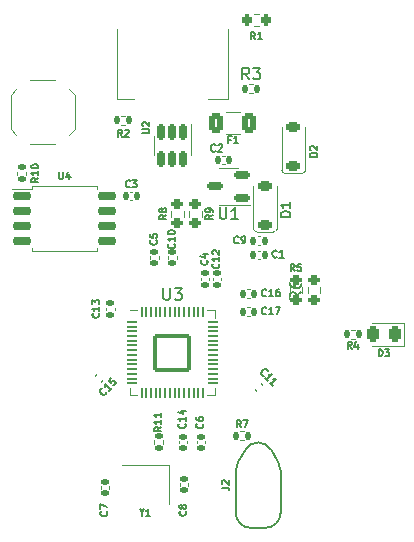
<source format=gto>
G04 #@! TF.GenerationSoftware,KiCad,Pcbnew,(7.0.0)*
G04 #@! TF.CreationDate,2023-07-02T10:59:24-07:00*
G04 #@! TF.ProjectId,OpenOblongChocs,4f70656e-4f62-46c6-9f6e-6743686f6373,rev?*
G04 #@! TF.SameCoordinates,Original*
G04 #@! TF.FileFunction,Legend,Top*
G04 #@! TF.FilePolarity,Positive*
%FSLAX46Y46*%
G04 Gerber Fmt 4.6, Leading zero omitted, Abs format (unit mm)*
G04 Created by KiCad (PCBNEW (7.0.0)) date 2023-07-02 10:59:24*
%MOMM*%
%LPD*%
G01*
G04 APERTURE LIST*
G04 Aperture macros list*
%AMRoundRect*
0 Rectangle with rounded corners*
0 $1 Rounding radius*
0 $2 $3 $4 $5 $6 $7 $8 $9 X,Y pos of 4 corners*
0 Add a 4 corners polygon primitive as box body*
4,1,4,$2,$3,$4,$5,$6,$7,$8,$9,$2,$3,0*
0 Add four circle primitives for the rounded corners*
1,1,$1+$1,$2,$3*
1,1,$1+$1,$4,$5*
1,1,$1+$1,$6,$7*
1,1,$1+$1,$8,$9*
0 Add four rect primitives between the rounded corners*
20,1,$1+$1,$2,$3,$4,$5,0*
20,1,$1+$1,$4,$5,$6,$7,0*
20,1,$1+$1,$6,$7,$8,$9,0*
20,1,$1+$1,$8,$9,$2,$3,0*%
G04 Aperture macros list end*
%ADD10C,0.150000*%
%ADD11C,0.120000*%
%ADD12C,0.200000*%
%ADD13C,3.800000*%
%ADD14R,1.100000X1.800000*%
%ADD15RoundRect,0.140000X0.170000X-0.140000X0.170000X0.140000X-0.170000X0.140000X-0.170000X-0.140000X0*%
%ADD16RoundRect,0.200000X-0.275000X0.200000X-0.275000X-0.200000X0.275000X-0.200000X0.275000X0.200000X0*%
%ADD17RoundRect,0.150000X0.512500X0.150000X-0.512500X0.150000X-0.512500X-0.150000X0.512500X-0.150000X0*%
%ADD18RoundRect,0.140000X0.140000X0.170000X-0.140000X0.170000X-0.140000X-0.170000X0.140000X-0.170000X0*%
%ADD19RoundRect,0.200000X0.275000X-0.200000X0.275000X0.200000X-0.275000X0.200000X-0.275000X-0.200000X0*%
%ADD20RoundRect,0.135000X-0.135000X-0.185000X0.135000X-0.185000X0.135000X0.185000X-0.135000X0.185000X0*%
%ADD21RoundRect,0.140000X-0.219203X-0.021213X-0.021213X-0.219203X0.219203X0.021213X0.021213X0.219203X0*%
%ADD22RoundRect,0.135000X0.135000X0.185000X-0.135000X0.185000X-0.135000X-0.185000X0.135000X-0.185000X0*%
%ADD23R,1.400000X1.200000*%
%ADD24RoundRect,0.140000X-0.021213X0.219203X-0.219203X0.021213X0.021213X-0.219203X0.219203X-0.021213X0*%
%ADD25RoundRect,0.250000X-0.375000X-0.625000X0.375000X-0.625000X0.375000X0.625000X-0.375000X0.625000X0*%
%ADD26RoundRect,0.225000X0.375000X-0.225000X0.375000X0.225000X-0.375000X0.225000X-0.375000X-0.225000X0*%
%ADD27RoundRect,0.200000X0.200000X0.275000X-0.200000X0.275000X-0.200000X-0.275000X0.200000X-0.275000X0*%
%ADD28RoundRect,0.140000X-0.140000X-0.170000X0.140000X-0.170000X0.140000X0.170000X-0.140000X0.170000X0*%
%ADD29RoundRect,0.243750X0.243750X0.456250X-0.243750X0.456250X-0.243750X-0.456250X0.243750X-0.456250X0*%
%ADD30RoundRect,0.135000X0.185000X-0.135000X0.185000X0.135000X-0.185000X0.135000X-0.185000X-0.135000X0*%
%ADD31RoundRect,0.140000X-0.170000X0.140000X-0.170000X-0.140000X0.170000X-0.140000X0.170000X0.140000X0*%
%ADD32RoundRect,0.135000X-0.185000X0.135000X-0.185000X-0.135000X0.185000X-0.135000X0.185000X0.135000X0*%
%ADD33C,0.990600*%
%ADD34C,0.787400*%
%ADD35RoundRect,0.050000X-0.387500X-0.050000X0.387500X-0.050000X0.387500X0.050000X-0.387500X0.050000X0*%
%ADD36RoundRect,0.050000X-0.050000X-0.387500X0.050000X-0.387500X0.050000X0.387500X-0.050000X0.387500X0*%
%ADD37RoundRect,0.144000X-1.456000X-1.456000X1.456000X-1.456000X1.456000X1.456000X-1.456000X1.456000X0*%
%ADD38RoundRect,0.150000X-0.150000X0.512500X-0.150000X-0.512500X0.150000X-0.512500X0.150000X0.512500X0*%
%ADD39C,0.650000*%
%ADD40R,0.300000X0.900000*%
%ADD41R,0.300000X0.700000*%
%ADD42O,0.800000X1.400000*%
%ADD43RoundRect,0.150000X-0.650000X-0.150000X0.650000X-0.150000X0.650000X0.150000X-0.650000X0.150000X0*%
%ADD44C,1.700000*%
%ADD45C,1.200000*%
%ADD46C,3.400000*%
G04 APERTURE END LIST*
D10*
X192348035Y-51581732D02*
X192376607Y-51610304D01*
X192376607Y-51610304D02*
X192405178Y-51696018D01*
X192405178Y-51696018D02*
X192405178Y-51753161D01*
X192405178Y-51753161D02*
X192376607Y-51838875D01*
X192376607Y-51838875D02*
X192319464Y-51896018D01*
X192319464Y-51896018D02*
X192262321Y-51924589D01*
X192262321Y-51924589D02*
X192148035Y-51953161D01*
X192148035Y-51953161D02*
X192062321Y-51953161D01*
X192062321Y-51953161D02*
X191948035Y-51924589D01*
X191948035Y-51924589D02*
X191890892Y-51896018D01*
X191890892Y-51896018D02*
X191833750Y-51838875D01*
X191833750Y-51838875D02*
X191805178Y-51753161D01*
X191805178Y-51753161D02*
X191805178Y-51696018D01*
X191805178Y-51696018D02*
X191833750Y-51610304D01*
X191833750Y-51610304D02*
X191862321Y-51581732D01*
X192405178Y-51010304D02*
X192405178Y-51353161D01*
X192405178Y-51181732D02*
X191805178Y-51181732D01*
X191805178Y-51181732D02*
X191890892Y-51238875D01*
X191890892Y-51238875D02*
X191948035Y-51296018D01*
X191948035Y-51296018D02*
X191976607Y-51353161D01*
X191805178Y-50810303D02*
X191805178Y-50438875D01*
X191805178Y-50438875D02*
X192033750Y-50638875D01*
X192033750Y-50638875D02*
X192033750Y-50553160D01*
X192033750Y-50553160D02*
X192062321Y-50496018D01*
X192062321Y-50496018D02*
X192090892Y-50467446D01*
X192090892Y-50467446D02*
X192148035Y-50438875D01*
X192148035Y-50438875D02*
X192290892Y-50438875D01*
X192290892Y-50438875D02*
X192348035Y-50467446D01*
X192348035Y-50467446D02*
X192376607Y-50496018D01*
X192376607Y-50496018D02*
X192405178Y-50553160D01*
X192405178Y-50553160D02*
X192405178Y-50724589D01*
X192405178Y-50724589D02*
X192376607Y-50781732D01*
X192376607Y-50781732D02*
X192348035Y-50810303D01*
X208940000Y-48000428D02*
X208740000Y-47714714D01*
X208597143Y-48000428D02*
X208597143Y-47400428D01*
X208597143Y-47400428D02*
X208825714Y-47400428D01*
X208825714Y-47400428D02*
X208882857Y-47429000D01*
X208882857Y-47429000D02*
X208911428Y-47457571D01*
X208911428Y-47457571D02*
X208940000Y-47514714D01*
X208940000Y-47514714D02*
X208940000Y-47600428D01*
X208940000Y-47600428D02*
X208911428Y-47657571D01*
X208911428Y-47657571D02*
X208882857Y-47686142D01*
X208882857Y-47686142D02*
X208825714Y-47714714D01*
X208825714Y-47714714D02*
X208597143Y-47714714D01*
X209482857Y-47400428D02*
X209197143Y-47400428D01*
X209197143Y-47400428D02*
X209168571Y-47686142D01*
X209168571Y-47686142D02*
X209197143Y-47657571D01*
X209197143Y-47657571D02*
X209254286Y-47629000D01*
X209254286Y-47629000D02*
X209397143Y-47629000D01*
X209397143Y-47629000D02*
X209454286Y-47657571D01*
X209454286Y-47657571D02*
X209482857Y-47686142D01*
X209482857Y-47686142D02*
X209511428Y-47743285D01*
X209511428Y-47743285D02*
X209511428Y-47886142D01*
X209511428Y-47886142D02*
X209482857Y-47943285D01*
X209482857Y-47943285D02*
X209454286Y-47971857D01*
X209454286Y-47971857D02*
X209397143Y-48000428D01*
X209397143Y-48000428D02*
X209254286Y-48000428D01*
X209254286Y-48000428D02*
X209197143Y-47971857D01*
X209197143Y-47971857D02*
X209168571Y-47943285D01*
X202590595Y-42587380D02*
X202590595Y-43396904D01*
X202590595Y-43396904D02*
X202638214Y-43492142D01*
X202638214Y-43492142D02*
X202685833Y-43539761D01*
X202685833Y-43539761D02*
X202781071Y-43587380D01*
X202781071Y-43587380D02*
X202971547Y-43587380D01*
X202971547Y-43587380D02*
X203066785Y-43539761D01*
X203066785Y-43539761D02*
X203114404Y-43492142D01*
X203114404Y-43492142D02*
X203162023Y-43396904D01*
X203162023Y-43396904D02*
X203162023Y-42587380D01*
X204162023Y-43587380D02*
X203590595Y-43587380D01*
X203876309Y-43587380D02*
X203876309Y-42587380D01*
X203876309Y-42587380D02*
X203781071Y-42730238D01*
X203781071Y-42730238D02*
X203685833Y-42825476D01*
X203685833Y-42825476D02*
X203590595Y-42873095D01*
X202240000Y-37813285D02*
X202211428Y-37841857D01*
X202211428Y-37841857D02*
X202125714Y-37870428D01*
X202125714Y-37870428D02*
X202068571Y-37870428D01*
X202068571Y-37870428D02*
X201982857Y-37841857D01*
X201982857Y-37841857D02*
X201925714Y-37784714D01*
X201925714Y-37784714D02*
X201897143Y-37727571D01*
X201897143Y-37727571D02*
X201868571Y-37613285D01*
X201868571Y-37613285D02*
X201868571Y-37527571D01*
X201868571Y-37527571D02*
X201897143Y-37413285D01*
X201897143Y-37413285D02*
X201925714Y-37356142D01*
X201925714Y-37356142D02*
X201982857Y-37299000D01*
X201982857Y-37299000D02*
X202068571Y-37270428D01*
X202068571Y-37270428D02*
X202125714Y-37270428D01*
X202125714Y-37270428D02*
X202211428Y-37299000D01*
X202211428Y-37299000D02*
X202240000Y-37327571D01*
X202468571Y-37327571D02*
X202497143Y-37299000D01*
X202497143Y-37299000D02*
X202554286Y-37270428D01*
X202554286Y-37270428D02*
X202697143Y-37270428D01*
X202697143Y-37270428D02*
X202754286Y-37299000D01*
X202754286Y-37299000D02*
X202782857Y-37327571D01*
X202782857Y-37327571D02*
X202811428Y-37384714D01*
X202811428Y-37384714D02*
X202811428Y-37441857D01*
X202811428Y-37441857D02*
X202782857Y-37527571D01*
X202782857Y-37527571D02*
X202440000Y-37870428D01*
X202440000Y-37870428D02*
X202811428Y-37870428D01*
X209507380Y-49766666D02*
X209031190Y-50099999D01*
X209507380Y-50338094D02*
X208507380Y-50338094D01*
X208507380Y-50338094D02*
X208507380Y-49957142D01*
X208507380Y-49957142D02*
X208555000Y-49861904D01*
X208555000Y-49861904D02*
X208602619Y-49814285D01*
X208602619Y-49814285D02*
X208697857Y-49766666D01*
X208697857Y-49766666D02*
X208840714Y-49766666D01*
X208840714Y-49766666D02*
X208935952Y-49814285D01*
X208935952Y-49814285D02*
X208983571Y-49861904D01*
X208983571Y-49861904D02*
X209031190Y-49957142D01*
X209031190Y-49957142D02*
X209031190Y-50338094D01*
X208507380Y-48909523D02*
X208507380Y-49099999D01*
X208507380Y-49099999D02*
X208555000Y-49195237D01*
X208555000Y-49195237D02*
X208602619Y-49242856D01*
X208602619Y-49242856D02*
X208745476Y-49338094D01*
X208745476Y-49338094D02*
X208935952Y-49385713D01*
X208935952Y-49385713D02*
X209316904Y-49385713D01*
X209316904Y-49385713D02*
X209412142Y-49338094D01*
X209412142Y-49338094D02*
X209459761Y-49290475D01*
X209459761Y-49290475D02*
X209507380Y-49195237D01*
X209507380Y-49195237D02*
X209507380Y-49004761D01*
X209507380Y-49004761D02*
X209459761Y-48909523D01*
X209459761Y-48909523D02*
X209412142Y-48861904D01*
X209412142Y-48861904D02*
X209316904Y-48814285D01*
X209316904Y-48814285D02*
X209078809Y-48814285D01*
X209078809Y-48814285D02*
X208983571Y-48861904D01*
X208983571Y-48861904D02*
X208935952Y-48909523D01*
X208935952Y-48909523D02*
X208888333Y-49004761D01*
X208888333Y-49004761D02*
X208888333Y-49195237D01*
X208888333Y-49195237D02*
X208935952Y-49290475D01*
X208935952Y-49290475D02*
X208983571Y-49338094D01*
X208983571Y-49338094D02*
X209078809Y-49385713D01*
X213760000Y-54580428D02*
X213560000Y-54294714D01*
X213417143Y-54580428D02*
X213417143Y-53980428D01*
X213417143Y-53980428D02*
X213645714Y-53980428D01*
X213645714Y-53980428D02*
X213702857Y-54009000D01*
X213702857Y-54009000D02*
X213731428Y-54037571D01*
X213731428Y-54037571D02*
X213760000Y-54094714D01*
X213760000Y-54094714D02*
X213760000Y-54180428D01*
X213760000Y-54180428D02*
X213731428Y-54237571D01*
X213731428Y-54237571D02*
X213702857Y-54266142D01*
X213702857Y-54266142D02*
X213645714Y-54294714D01*
X213645714Y-54294714D02*
X213417143Y-54294714D01*
X214274286Y-54180428D02*
X214274286Y-54580428D01*
X214131428Y-53951857D02*
X213988571Y-54380428D01*
X213988571Y-54380428D02*
X214360000Y-54380428D01*
X206318042Y-56838367D02*
X206277635Y-56838367D01*
X206277635Y-56838367D02*
X206196823Y-56797961D01*
X206196823Y-56797961D02*
X206156417Y-56757555D01*
X206156417Y-56757555D02*
X206116011Y-56676743D01*
X206116011Y-56676743D02*
X206116011Y-56595931D01*
X206116011Y-56595931D02*
X206136214Y-56535322D01*
X206136214Y-56535322D02*
X206196823Y-56434306D01*
X206196823Y-56434306D02*
X206257432Y-56373697D01*
X206257432Y-56373697D02*
X206358448Y-56313088D01*
X206358448Y-56313088D02*
X206419057Y-56292885D01*
X206419057Y-56292885D02*
X206499869Y-56292885D01*
X206499869Y-56292885D02*
X206580681Y-56333291D01*
X206580681Y-56333291D02*
X206621087Y-56373697D01*
X206621087Y-56373697D02*
X206661493Y-56454509D01*
X206661493Y-56454509D02*
X206661493Y-56494916D01*
X206681696Y-57282835D02*
X206439260Y-57040398D01*
X206560478Y-57161616D02*
X206984742Y-56737352D01*
X206984742Y-56737352D02*
X206883727Y-56757555D01*
X206883727Y-56757555D02*
X206802915Y-56757555D01*
X206802915Y-56757555D02*
X206742306Y-56737352D01*
X207085758Y-57686896D02*
X206843321Y-57444459D01*
X206964540Y-57565678D02*
X207388804Y-57141414D01*
X207388804Y-57141414D02*
X207287788Y-57161617D01*
X207287788Y-57161617D02*
X207206976Y-57161617D01*
X207206976Y-57161617D02*
X207146367Y-57141414D01*
X194330000Y-36620428D02*
X194130000Y-36334714D01*
X193987143Y-36620428D02*
X193987143Y-36020428D01*
X193987143Y-36020428D02*
X194215714Y-36020428D01*
X194215714Y-36020428D02*
X194272857Y-36049000D01*
X194272857Y-36049000D02*
X194301428Y-36077571D01*
X194301428Y-36077571D02*
X194330000Y-36134714D01*
X194330000Y-36134714D02*
X194330000Y-36220428D01*
X194330000Y-36220428D02*
X194301428Y-36277571D01*
X194301428Y-36277571D02*
X194272857Y-36306142D01*
X194272857Y-36306142D02*
X194215714Y-36334714D01*
X194215714Y-36334714D02*
X193987143Y-36334714D01*
X194558571Y-36077571D02*
X194587143Y-36049000D01*
X194587143Y-36049000D02*
X194644286Y-36020428D01*
X194644286Y-36020428D02*
X194787143Y-36020428D01*
X194787143Y-36020428D02*
X194844286Y-36049000D01*
X194844286Y-36049000D02*
X194872857Y-36077571D01*
X194872857Y-36077571D02*
X194901428Y-36134714D01*
X194901428Y-36134714D02*
X194901428Y-36191857D01*
X194901428Y-36191857D02*
X194872857Y-36277571D01*
X194872857Y-36277571D02*
X194530000Y-36620428D01*
X194530000Y-36620428D02*
X194901428Y-36620428D01*
X196008285Y-68423964D02*
X196008285Y-68709678D01*
X195808285Y-68109678D02*
X196008285Y-68423964D01*
X196008285Y-68423964D02*
X196208285Y-68109678D01*
X196722571Y-68709678D02*
X196379714Y-68709678D01*
X196551143Y-68709678D02*
X196551143Y-68109678D01*
X196551143Y-68109678D02*
X196494000Y-68195392D01*
X196494000Y-68195392D02*
X196436857Y-68252535D01*
X196436857Y-68252535D02*
X196379714Y-68281107D01*
X192991712Y-58246463D02*
X192991712Y-58286870D01*
X192991712Y-58286870D02*
X192951306Y-58367682D01*
X192951306Y-58367682D02*
X192910900Y-58408088D01*
X192910900Y-58408088D02*
X192830088Y-58448494D01*
X192830088Y-58448494D02*
X192749276Y-58448494D01*
X192749276Y-58448494D02*
X192688667Y-58428291D01*
X192688667Y-58428291D02*
X192587651Y-58367682D01*
X192587651Y-58367682D02*
X192527042Y-58307073D01*
X192527042Y-58307073D02*
X192466433Y-58206057D01*
X192466433Y-58206057D02*
X192446230Y-58145448D01*
X192446230Y-58145448D02*
X192446230Y-58064636D01*
X192446230Y-58064636D02*
X192486636Y-57983824D01*
X192486636Y-57983824D02*
X192527042Y-57943418D01*
X192527042Y-57943418D02*
X192607854Y-57903012D01*
X192607854Y-57903012D02*
X192648261Y-57903012D01*
X193436180Y-57882809D02*
X193193743Y-58125245D01*
X193314961Y-58004027D02*
X192890697Y-57579763D01*
X192890697Y-57579763D02*
X192910900Y-57680778D01*
X192910900Y-57680778D02*
X192910900Y-57761590D01*
X192910900Y-57761590D02*
X192890697Y-57822199D01*
X193395774Y-57074686D02*
X193193743Y-57276717D01*
X193193743Y-57276717D02*
X193375571Y-57498950D01*
X193375571Y-57498950D02*
X193375571Y-57458544D01*
X193375571Y-57458544D02*
X193395774Y-57397935D01*
X193395774Y-57397935D02*
X193496789Y-57296920D01*
X193496789Y-57296920D02*
X193557398Y-57276717D01*
X193557398Y-57276717D02*
X193597804Y-57276717D01*
X193597804Y-57276717D02*
X193658413Y-57296920D01*
X193658413Y-57296920D02*
X193759429Y-57397935D01*
X193759429Y-57397935D02*
X193779632Y-57458544D01*
X193779632Y-57458544D02*
X193779632Y-57498950D01*
X193779632Y-57498950D02*
X193759429Y-57559559D01*
X193759429Y-57559559D02*
X193658413Y-57660575D01*
X193658413Y-57660575D02*
X193597804Y-57680778D01*
X193597804Y-57680778D02*
X193557398Y-57680778D01*
X199723285Y-68339999D02*
X199751857Y-68368571D01*
X199751857Y-68368571D02*
X199780428Y-68454285D01*
X199780428Y-68454285D02*
X199780428Y-68511428D01*
X199780428Y-68511428D02*
X199751857Y-68597142D01*
X199751857Y-68597142D02*
X199694714Y-68654285D01*
X199694714Y-68654285D02*
X199637571Y-68682856D01*
X199637571Y-68682856D02*
X199523285Y-68711428D01*
X199523285Y-68711428D02*
X199437571Y-68711428D01*
X199437571Y-68711428D02*
X199323285Y-68682856D01*
X199323285Y-68682856D02*
X199266142Y-68654285D01*
X199266142Y-68654285D02*
X199209000Y-68597142D01*
X199209000Y-68597142D02*
X199180428Y-68511428D01*
X199180428Y-68511428D02*
X199180428Y-68454285D01*
X199180428Y-68454285D02*
X199209000Y-68368571D01*
X199209000Y-68368571D02*
X199237571Y-68339999D01*
X199437571Y-67997142D02*
X199409000Y-68054285D01*
X199409000Y-68054285D02*
X199380428Y-68082856D01*
X199380428Y-68082856D02*
X199323285Y-68111428D01*
X199323285Y-68111428D02*
X199294714Y-68111428D01*
X199294714Y-68111428D02*
X199237571Y-68082856D01*
X199237571Y-68082856D02*
X199209000Y-68054285D01*
X199209000Y-68054285D02*
X199180428Y-67997142D01*
X199180428Y-67997142D02*
X199180428Y-67882856D01*
X199180428Y-67882856D02*
X199209000Y-67825714D01*
X199209000Y-67825714D02*
X199237571Y-67797142D01*
X199237571Y-67797142D02*
X199294714Y-67768571D01*
X199294714Y-67768571D02*
X199323285Y-67768571D01*
X199323285Y-67768571D02*
X199380428Y-67797142D01*
X199380428Y-67797142D02*
X199409000Y-67825714D01*
X199409000Y-67825714D02*
X199437571Y-67882856D01*
X199437571Y-67882856D02*
X199437571Y-67997142D01*
X199437571Y-67997142D02*
X199466142Y-68054285D01*
X199466142Y-68054285D02*
X199494714Y-68082856D01*
X199494714Y-68082856D02*
X199551857Y-68111428D01*
X199551857Y-68111428D02*
X199666142Y-68111428D01*
X199666142Y-68111428D02*
X199723285Y-68082856D01*
X199723285Y-68082856D02*
X199751857Y-68054285D01*
X199751857Y-68054285D02*
X199780428Y-67997142D01*
X199780428Y-67997142D02*
X199780428Y-67882856D01*
X199780428Y-67882856D02*
X199751857Y-67825714D01*
X199751857Y-67825714D02*
X199723285Y-67797142D01*
X199723285Y-67797142D02*
X199666142Y-67768571D01*
X199666142Y-67768571D02*
X199551857Y-67768571D01*
X199551857Y-67768571D02*
X199494714Y-67797142D01*
X199494714Y-67797142D02*
X199466142Y-67825714D01*
X199466142Y-67825714D02*
X199437571Y-67882856D01*
X203510000Y-36876142D02*
X203310000Y-36876142D01*
X203310000Y-37190428D02*
X203310000Y-36590428D01*
X203310000Y-36590428D02*
X203595714Y-36590428D01*
X204138571Y-37190428D02*
X203795714Y-37190428D01*
X203967143Y-37190428D02*
X203967143Y-36590428D01*
X203967143Y-36590428D02*
X203910000Y-36676142D01*
X203910000Y-36676142D02*
X203852857Y-36733285D01*
X203852857Y-36733285D02*
X203795714Y-36761857D01*
X210850428Y-38322856D02*
X210250428Y-38322856D01*
X210250428Y-38322856D02*
X210250428Y-38179999D01*
X210250428Y-38179999D02*
X210279000Y-38094285D01*
X210279000Y-38094285D02*
X210336142Y-38037142D01*
X210336142Y-38037142D02*
X210393285Y-38008571D01*
X210393285Y-38008571D02*
X210507571Y-37979999D01*
X210507571Y-37979999D02*
X210593285Y-37979999D01*
X210593285Y-37979999D02*
X210707571Y-38008571D01*
X210707571Y-38008571D02*
X210764714Y-38037142D01*
X210764714Y-38037142D02*
X210821857Y-38094285D01*
X210821857Y-38094285D02*
X210850428Y-38179999D01*
X210850428Y-38179999D02*
X210850428Y-38322856D01*
X210307571Y-37751428D02*
X210279000Y-37722856D01*
X210279000Y-37722856D02*
X210250428Y-37665714D01*
X210250428Y-37665714D02*
X210250428Y-37522856D01*
X210250428Y-37522856D02*
X210279000Y-37465714D01*
X210279000Y-37465714D02*
X210307571Y-37437142D01*
X210307571Y-37437142D02*
X210364714Y-37408571D01*
X210364714Y-37408571D02*
X210421857Y-37408571D01*
X210421857Y-37408571D02*
X210507571Y-37437142D01*
X210507571Y-37437142D02*
X210850428Y-37779999D01*
X210850428Y-37779999D02*
X210850428Y-37408571D01*
X205595000Y-28370428D02*
X205395000Y-28084714D01*
X205252143Y-28370428D02*
X205252143Y-27770428D01*
X205252143Y-27770428D02*
X205480714Y-27770428D01*
X205480714Y-27770428D02*
X205537857Y-27799000D01*
X205537857Y-27799000D02*
X205566428Y-27827571D01*
X205566428Y-27827571D02*
X205595000Y-27884714D01*
X205595000Y-27884714D02*
X205595000Y-27970428D01*
X205595000Y-27970428D02*
X205566428Y-28027571D01*
X205566428Y-28027571D02*
X205537857Y-28056142D01*
X205537857Y-28056142D02*
X205480714Y-28084714D01*
X205480714Y-28084714D02*
X205252143Y-28084714D01*
X206166428Y-28370428D02*
X205823571Y-28370428D01*
X205995000Y-28370428D02*
X205995000Y-27770428D01*
X205995000Y-27770428D02*
X205937857Y-27856142D01*
X205937857Y-27856142D02*
X205880714Y-27913285D01*
X205880714Y-27913285D02*
X205823571Y-27941857D01*
X204190000Y-45588285D02*
X204161428Y-45616857D01*
X204161428Y-45616857D02*
X204075714Y-45645428D01*
X204075714Y-45645428D02*
X204018571Y-45645428D01*
X204018571Y-45645428D02*
X203932857Y-45616857D01*
X203932857Y-45616857D02*
X203875714Y-45559714D01*
X203875714Y-45559714D02*
X203847143Y-45502571D01*
X203847143Y-45502571D02*
X203818571Y-45388285D01*
X203818571Y-45388285D02*
X203818571Y-45302571D01*
X203818571Y-45302571D02*
X203847143Y-45188285D01*
X203847143Y-45188285D02*
X203875714Y-45131142D01*
X203875714Y-45131142D02*
X203932857Y-45074000D01*
X203932857Y-45074000D02*
X204018571Y-45045428D01*
X204018571Y-45045428D02*
X204075714Y-45045428D01*
X204075714Y-45045428D02*
X204161428Y-45074000D01*
X204161428Y-45074000D02*
X204190000Y-45102571D01*
X204475714Y-45645428D02*
X204590000Y-45645428D01*
X204590000Y-45645428D02*
X204647143Y-45616857D01*
X204647143Y-45616857D02*
X204675714Y-45588285D01*
X204675714Y-45588285D02*
X204732857Y-45502571D01*
X204732857Y-45502571D02*
X204761428Y-45388285D01*
X204761428Y-45388285D02*
X204761428Y-45159714D01*
X204761428Y-45159714D02*
X204732857Y-45102571D01*
X204732857Y-45102571D02*
X204704286Y-45074000D01*
X204704286Y-45074000D02*
X204647143Y-45045428D01*
X204647143Y-45045428D02*
X204532857Y-45045428D01*
X204532857Y-45045428D02*
X204475714Y-45074000D01*
X204475714Y-45074000D02*
X204447143Y-45102571D01*
X204447143Y-45102571D02*
X204418571Y-45159714D01*
X204418571Y-45159714D02*
X204418571Y-45302571D01*
X204418571Y-45302571D02*
X204447143Y-45359714D01*
X204447143Y-45359714D02*
X204475714Y-45388285D01*
X204475714Y-45388285D02*
X204532857Y-45416857D01*
X204532857Y-45416857D02*
X204647143Y-45416857D01*
X204647143Y-45416857D02*
X204704286Y-45388285D01*
X204704286Y-45388285D02*
X204732857Y-45359714D01*
X204732857Y-45359714D02*
X204761428Y-45302571D01*
X207430000Y-46788285D02*
X207401428Y-46816857D01*
X207401428Y-46816857D02*
X207315714Y-46845428D01*
X207315714Y-46845428D02*
X207258571Y-46845428D01*
X207258571Y-46845428D02*
X207172857Y-46816857D01*
X207172857Y-46816857D02*
X207115714Y-46759714D01*
X207115714Y-46759714D02*
X207087143Y-46702571D01*
X207087143Y-46702571D02*
X207058571Y-46588285D01*
X207058571Y-46588285D02*
X207058571Y-46502571D01*
X207058571Y-46502571D02*
X207087143Y-46388285D01*
X207087143Y-46388285D02*
X207115714Y-46331142D01*
X207115714Y-46331142D02*
X207172857Y-46274000D01*
X207172857Y-46274000D02*
X207258571Y-46245428D01*
X207258571Y-46245428D02*
X207315714Y-46245428D01*
X207315714Y-46245428D02*
X207401428Y-46274000D01*
X207401428Y-46274000D02*
X207430000Y-46302571D01*
X208001428Y-46845428D02*
X207658571Y-46845428D01*
X207830000Y-46845428D02*
X207830000Y-46245428D01*
X207830000Y-46245428D02*
X207772857Y-46331142D01*
X207772857Y-46331142D02*
X207715714Y-46388285D01*
X207715714Y-46388285D02*
X207658571Y-46416857D01*
X216044643Y-55220428D02*
X216044643Y-54620428D01*
X216044643Y-54620428D02*
X216187500Y-54620428D01*
X216187500Y-54620428D02*
X216273214Y-54649000D01*
X216273214Y-54649000D02*
X216330357Y-54706142D01*
X216330357Y-54706142D02*
X216358928Y-54763285D01*
X216358928Y-54763285D02*
X216387500Y-54877571D01*
X216387500Y-54877571D02*
X216387500Y-54963285D01*
X216387500Y-54963285D02*
X216358928Y-55077571D01*
X216358928Y-55077571D02*
X216330357Y-55134714D01*
X216330357Y-55134714D02*
X216273214Y-55191857D01*
X216273214Y-55191857D02*
X216187500Y-55220428D01*
X216187500Y-55220428D02*
X216044643Y-55220428D01*
X216587500Y-54620428D02*
X216958928Y-54620428D01*
X216958928Y-54620428D02*
X216758928Y-54849000D01*
X216758928Y-54849000D02*
X216844643Y-54849000D01*
X216844643Y-54849000D02*
X216901786Y-54877571D01*
X216901786Y-54877571D02*
X216930357Y-54906142D01*
X216930357Y-54906142D02*
X216958928Y-54963285D01*
X216958928Y-54963285D02*
X216958928Y-55106142D01*
X216958928Y-55106142D02*
X216930357Y-55163285D01*
X216930357Y-55163285D02*
X216901786Y-55191857D01*
X216901786Y-55191857D02*
X216844643Y-55220428D01*
X216844643Y-55220428D02*
X216673214Y-55220428D01*
X216673214Y-55220428D02*
X216616071Y-55191857D01*
X216616071Y-55191857D02*
X216587500Y-55163285D01*
X201513285Y-47079999D02*
X201541857Y-47108571D01*
X201541857Y-47108571D02*
X201570428Y-47194285D01*
X201570428Y-47194285D02*
X201570428Y-47251428D01*
X201570428Y-47251428D02*
X201541857Y-47337142D01*
X201541857Y-47337142D02*
X201484714Y-47394285D01*
X201484714Y-47394285D02*
X201427571Y-47422856D01*
X201427571Y-47422856D02*
X201313285Y-47451428D01*
X201313285Y-47451428D02*
X201227571Y-47451428D01*
X201227571Y-47451428D02*
X201113285Y-47422856D01*
X201113285Y-47422856D02*
X201056142Y-47394285D01*
X201056142Y-47394285D02*
X200999000Y-47337142D01*
X200999000Y-47337142D02*
X200970428Y-47251428D01*
X200970428Y-47251428D02*
X200970428Y-47194285D01*
X200970428Y-47194285D02*
X200999000Y-47108571D01*
X200999000Y-47108571D02*
X201027571Y-47079999D01*
X201170428Y-46565714D02*
X201570428Y-46565714D01*
X200941857Y-46708571D02*
X201370428Y-46851428D01*
X201370428Y-46851428D02*
X201370428Y-46479999D01*
X197660428Y-61185714D02*
X197374714Y-61385714D01*
X197660428Y-61528571D02*
X197060428Y-61528571D01*
X197060428Y-61528571D02*
X197060428Y-61300000D01*
X197060428Y-61300000D02*
X197089000Y-61242857D01*
X197089000Y-61242857D02*
X197117571Y-61214286D01*
X197117571Y-61214286D02*
X197174714Y-61185714D01*
X197174714Y-61185714D02*
X197260428Y-61185714D01*
X197260428Y-61185714D02*
X197317571Y-61214286D01*
X197317571Y-61214286D02*
X197346142Y-61242857D01*
X197346142Y-61242857D02*
X197374714Y-61300000D01*
X197374714Y-61300000D02*
X197374714Y-61528571D01*
X197660428Y-60614286D02*
X197660428Y-60957143D01*
X197660428Y-60785714D02*
X197060428Y-60785714D01*
X197060428Y-60785714D02*
X197146142Y-60842857D01*
X197146142Y-60842857D02*
X197203285Y-60900000D01*
X197203285Y-60900000D02*
X197231857Y-60957143D01*
X197660428Y-60042857D02*
X197660428Y-60385714D01*
X197660428Y-60214285D02*
X197060428Y-60214285D01*
X197060428Y-60214285D02*
X197146142Y-60271428D01*
X197146142Y-60271428D02*
X197203285Y-60328571D01*
X197203285Y-60328571D02*
X197231857Y-60385714D01*
X201143285Y-60899999D02*
X201171857Y-60928571D01*
X201171857Y-60928571D02*
X201200428Y-61014285D01*
X201200428Y-61014285D02*
X201200428Y-61071428D01*
X201200428Y-61071428D02*
X201171857Y-61157142D01*
X201171857Y-61157142D02*
X201114714Y-61214285D01*
X201114714Y-61214285D02*
X201057571Y-61242856D01*
X201057571Y-61242856D02*
X200943285Y-61271428D01*
X200943285Y-61271428D02*
X200857571Y-61271428D01*
X200857571Y-61271428D02*
X200743285Y-61242856D01*
X200743285Y-61242856D02*
X200686142Y-61214285D01*
X200686142Y-61214285D02*
X200629000Y-61157142D01*
X200629000Y-61157142D02*
X200600428Y-61071428D01*
X200600428Y-61071428D02*
X200600428Y-61014285D01*
X200600428Y-61014285D02*
X200629000Y-60928571D01*
X200629000Y-60928571D02*
X200657571Y-60899999D01*
X200600428Y-60385714D02*
X200600428Y-60499999D01*
X200600428Y-60499999D02*
X200629000Y-60557142D01*
X200629000Y-60557142D02*
X200657571Y-60585714D01*
X200657571Y-60585714D02*
X200743285Y-60642856D01*
X200743285Y-60642856D02*
X200857571Y-60671428D01*
X200857571Y-60671428D02*
X201086142Y-60671428D01*
X201086142Y-60671428D02*
X201143285Y-60642856D01*
X201143285Y-60642856D02*
X201171857Y-60614285D01*
X201171857Y-60614285D02*
X201200428Y-60557142D01*
X201200428Y-60557142D02*
X201200428Y-60442856D01*
X201200428Y-60442856D02*
X201171857Y-60385714D01*
X201171857Y-60385714D02*
X201143285Y-60357142D01*
X201143285Y-60357142D02*
X201086142Y-60328571D01*
X201086142Y-60328571D02*
X200943285Y-60328571D01*
X200943285Y-60328571D02*
X200886142Y-60357142D01*
X200886142Y-60357142D02*
X200857571Y-60385714D01*
X200857571Y-60385714D02*
X200829000Y-60442856D01*
X200829000Y-60442856D02*
X200829000Y-60557142D01*
X200829000Y-60557142D02*
X200857571Y-60614285D01*
X200857571Y-60614285D02*
X200886142Y-60642856D01*
X200886142Y-60642856D02*
X200943285Y-60671428D01*
X206554285Y-50083285D02*
X206525713Y-50111857D01*
X206525713Y-50111857D02*
X206439999Y-50140428D01*
X206439999Y-50140428D02*
X206382856Y-50140428D01*
X206382856Y-50140428D02*
X206297142Y-50111857D01*
X206297142Y-50111857D02*
X206239999Y-50054714D01*
X206239999Y-50054714D02*
X206211428Y-49997571D01*
X206211428Y-49997571D02*
X206182856Y-49883285D01*
X206182856Y-49883285D02*
X206182856Y-49797571D01*
X206182856Y-49797571D02*
X206211428Y-49683285D01*
X206211428Y-49683285D02*
X206239999Y-49626142D01*
X206239999Y-49626142D02*
X206297142Y-49569000D01*
X206297142Y-49569000D02*
X206382856Y-49540428D01*
X206382856Y-49540428D02*
X206439999Y-49540428D01*
X206439999Y-49540428D02*
X206525713Y-49569000D01*
X206525713Y-49569000D02*
X206554285Y-49597571D01*
X207125713Y-50140428D02*
X206782856Y-50140428D01*
X206954285Y-50140428D02*
X206954285Y-49540428D01*
X206954285Y-49540428D02*
X206897142Y-49626142D01*
X206897142Y-49626142D02*
X206839999Y-49683285D01*
X206839999Y-49683285D02*
X206782856Y-49711857D01*
X207640000Y-49540428D02*
X207525714Y-49540428D01*
X207525714Y-49540428D02*
X207468571Y-49569000D01*
X207468571Y-49569000D02*
X207440000Y-49597571D01*
X207440000Y-49597571D02*
X207382857Y-49683285D01*
X207382857Y-49683285D02*
X207354285Y-49797571D01*
X207354285Y-49797571D02*
X207354285Y-50026142D01*
X207354285Y-50026142D02*
X207382857Y-50083285D01*
X207382857Y-50083285D02*
X207411428Y-50111857D01*
X207411428Y-50111857D02*
X207468571Y-50140428D01*
X207468571Y-50140428D02*
X207582857Y-50140428D01*
X207582857Y-50140428D02*
X207640000Y-50111857D01*
X207640000Y-50111857D02*
X207668571Y-50083285D01*
X207668571Y-50083285D02*
X207697142Y-50026142D01*
X207697142Y-50026142D02*
X207697142Y-49883285D01*
X207697142Y-49883285D02*
X207668571Y-49826142D01*
X207668571Y-49826142D02*
X207640000Y-49797571D01*
X207640000Y-49797571D02*
X207582857Y-49769000D01*
X207582857Y-49769000D02*
X207468571Y-49769000D01*
X207468571Y-49769000D02*
X207411428Y-49797571D01*
X207411428Y-49797571D02*
X207382857Y-49826142D01*
X207382857Y-49826142D02*
X207354285Y-49883285D01*
X202513285Y-47365714D02*
X202541857Y-47394286D01*
X202541857Y-47394286D02*
X202570428Y-47480000D01*
X202570428Y-47480000D02*
X202570428Y-47537143D01*
X202570428Y-47537143D02*
X202541857Y-47622857D01*
X202541857Y-47622857D02*
X202484714Y-47680000D01*
X202484714Y-47680000D02*
X202427571Y-47708571D01*
X202427571Y-47708571D02*
X202313285Y-47737143D01*
X202313285Y-47737143D02*
X202227571Y-47737143D01*
X202227571Y-47737143D02*
X202113285Y-47708571D01*
X202113285Y-47708571D02*
X202056142Y-47680000D01*
X202056142Y-47680000D02*
X201999000Y-47622857D01*
X201999000Y-47622857D02*
X201970428Y-47537143D01*
X201970428Y-47537143D02*
X201970428Y-47480000D01*
X201970428Y-47480000D02*
X201999000Y-47394286D01*
X201999000Y-47394286D02*
X202027571Y-47365714D01*
X202570428Y-46794286D02*
X202570428Y-47137143D01*
X202570428Y-46965714D02*
X201970428Y-46965714D01*
X201970428Y-46965714D02*
X202056142Y-47022857D01*
X202056142Y-47022857D02*
X202113285Y-47080000D01*
X202113285Y-47080000D02*
X202141857Y-47137143D01*
X202027571Y-46565714D02*
X201999000Y-46537142D01*
X201999000Y-46537142D02*
X201970428Y-46480000D01*
X201970428Y-46480000D02*
X201970428Y-46337142D01*
X201970428Y-46337142D02*
X201999000Y-46280000D01*
X201999000Y-46280000D02*
X202027571Y-46251428D01*
X202027571Y-46251428D02*
X202084714Y-46222857D01*
X202084714Y-46222857D02*
X202141857Y-46222857D01*
X202141857Y-46222857D02*
X202227571Y-46251428D01*
X202227571Y-46251428D02*
X202570428Y-46594285D01*
X202570428Y-46594285D02*
X202570428Y-46222857D01*
X195000000Y-40843285D02*
X194971428Y-40871857D01*
X194971428Y-40871857D02*
X194885714Y-40900428D01*
X194885714Y-40900428D02*
X194828571Y-40900428D01*
X194828571Y-40900428D02*
X194742857Y-40871857D01*
X194742857Y-40871857D02*
X194685714Y-40814714D01*
X194685714Y-40814714D02*
X194657143Y-40757571D01*
X194657143Y-40757571D02*
X194628571Y-40643285D01*
X194628571Y-40643285D02*
X194628571Y-40557571D01*
X194628571Y-40557571D02*
X194657143Y-40443285D01*
X194657143Y-40443285D02*
X194685714Y-40386142D01*
X194685714Y-40386142D02*
X194742857Y-40329000D01*
X194742857Y-40329000D02*
X194828571Y-40300428D01*
X194828571Y-40300428D02*
X194885714Y-40300428D01*
X194885714Y-40300428D02*
X194971428Y-40329000D01*
X194971428Y-40329000D02*
X195000000Y-40357571D01*
X195200000Y-40300428D02*
X195571428Y-40300428D01*
X195571428Y-40300428D02*
X195371428Y-40529000D01*
X195371428Y-40529000D02*
X195457143Y-40529000D01*
X195457143Y-40529000D02*
X195514286Y-40557571D01*
X195514286Y-40557571D02*
X195542857Y-40586142D01*
X195542857Y-40586142D02*
X195571428Y-40643285D01*
X195571428Y-40643285D02*
X195571428Y-40786142D01*
X195571428Y-40786142D02*
X195542857Y-40843285D01*
X195542857Y-40843285D02*
X195514286Y-40871857D01*
X195514286Y-40871857D02*
X195457143Y-40900428D01*
X195457143Y-40900428D02*
X195285714Y-40900428D01*
X195285714Y-40900428D02*
X195228571Y-40871857D01*
X195228571Y-40871857D02*
X195200000Y-40843285D01*
X193033285Y-68349999D02*
X193061857Y-68378571D01*
X193061857Y-68378571D02*
X193090428Y-68464285D01*
X193090428Y-68464285D02*
X193090428Y-68521428D01*
X193090428Y-68521428D02*
X193061857Y-68607142D01*
X193061857Y-68607142D02*
X193004714Y-68664285D01*
X193004714Y-68664285D02*
X192947571Y-68692856D01*
X192947571Y-68692856D02*
X192833285Y-68721428D01*
X192833285Y-68721428D02*
X192747571Y-68721428D01*
X192747571Y-68721428D02*
X192633285Y-68692856D01*
X192633285Y-68692856D02*
X192576142Y-68664285D01*
X192576142Y-68664285D02*
X192519000Y-68607142D01*
X192519000Y-68607142D02*
X192490428Y-68521428D01*
X192490428Y-68521428D02*
X192490428Y-68464285D01*
X192490428Y-68464285D02*
X192519000Y-68378571D01*
X192519000Y-68378571D02*
X192547571Y-68349999D01*
X192490428Y-68149999D02*
X192490428Y-67749999D01*
X192490428Y-67749999D02*
X193090428Y-68007142D01*
X201990428Y-43239999D02*
X201704714Y-43439999D01*
X201990428Y-43582856D02*
X201390428Y-43582856D01*
X201390428Y-43582856D02*
X201390428Y-43354285D01*
X201390428Y-43354285D02*
X201419000Y-43297142D01*
X201419000Y-43297142D02*
X201447571Y-43268571D01*
X201447571Y-43268571D02*
X201504714Y-43239999D01*
X201504714Y-43239999D02*
X201590428Y-43239999D01*
X201590428Y-43239999D02*
X201647571Y-43268571D01*
X201647571Y-43268571D02*
X201676142Y-43297142D01*
X201676142Y-43297142D02*
X201704714Y-43354285D01*
X201704714Y-43354285D02*
X201704714Y-43582856D01*
X201990428Y-42954285D02*
X201990428Y-42839999D01*
X201990428Y-42839999D02*
X201961857Y-42782856D01*
X201961857Y-42782856D02*
X201933285Y-42754285D01*
X201933285Y-42754285D02*
X201847571Y-42697142D01*
X201847571Y-42697142D02*
X201733285Y-42668571D01*
X201733285Y-42668571D02*
X201504714Y-42668571D01*
X201504714Y-42668571D02*
X201447571Y-42697142D01*
X201447571Y-42697142D02*
X201419000Y-42725714D01*
X201419000Y-42725714D02*
X201390428Y-42782856D01*
X201390428Y-42782856D02*
X201390428Y-42897142D01*
X201390428Y-42897142D02*
X201419000Y-42954285D01*
X201419000Y-42954285D02*
X201447571Y-42982856D01*
X201447571Y-42982856D02*
X201504714Y-43011428D01*
X201504714Y-43011428D02*
X201647571Y-43011428D01*
X201647571Y-43011428D02*
X201704714Y-42982856D01*
X201704714Y-42982856D02*
X201733285Y-42954285D01*
X201733285Y-42954285D02*
X201761857Y-42897142D01*
X201761857Y-42897142D02*
X201761857Y-42782856D01*
X201761857Y-42782856D02*
X201733285Y-42725714D01*
X201733285Y-42725714D02*
X201704714Y-42697142D01*
X201704714Y-42697142D02*
X201647571Y-42668571D01*
X187240428Y-40105714D02*
X186954714Y-40305714D01*
X187240428Y-40448571D02*
X186640428Y-40448571D01*
X186640428Y-40448571D02*
X186640428Y-40220000D01*
X186640428Y-40220000D02*
X186669000Y-40162857D01*
X186669000Y-40162857D02*
X186697571Y-40134286D01*
X186697571Y-40134286D02*
X186754714Y-40105714D01*
X186754714Y-40105714D02*
X186840428Y-40105714D01*
X186840428Y-40105714D02*
X186897571Y-40134286D01*
X186897571Y-40134286D02*
X186926142Y-40162857D01*
X186926142Y-40162857D02*
X186954714Y-40220000D01*
X186954714Y-40220000D02*
X186954714Y-40448571D01*
X187240428Y-39534286D02*
X187240428Y-39877143D01*
X187240428Y-39705714D02*
X186640428Y-39705714D01*
X186640428Y-39705714D02*
X186726142Y-39762857D01*
X186726142Y-39762857D02*
X186783285Y-39820000D01*
X186783285Y-39820000D02*
X186811857Y-39877143D01*
X186640428Y-39162857D02*
X186640428Y-39105714D01*
X186640428Y-39105714D02*
X186669000Y-39048571D01*
X186669000Y-39048571D02*
X186697571Y-39020000D01*
X186697571Y-39020000D02*
X186754714Y-38991428D01*
X186754714Y-38991428D02*
X186869000Y-38962857D01*
X186869000Y-38962857D02*
X187011857Y-38962857D01*
X187011857Y-38962857D02*
X187126142Y-38991428D01*
X187126142Y-38991428D02*
X187183285Y-39020000D01*
X187183285Y-39020000D02*
X187211857Y-39048571D01*
X187211857Y-39048571D02*
X187240428Y-39105714D01*
X187240428Y-39105714D02*
X187240428Y-39162857D01*
X187240428Y-39162857D02*
X187211857Y-39220000D01*
X187211857Y-39220000D02*
X187183285Y-39248571D01*
X187183285Y-39248571D02*
X187126142Y-39277142D01*
X187126142Y-39277142D02*
X187011857Y-39305714D01*
X187011857Y-39305714D02*
X186869000Y-39305714D01*
X186869000Y-39305714D02*
X186754714Y-39277142D01*
X186754714Y-39277142D02*
X186697571Y-39248571D01*
X186697571Y-39248571D02*
X186669000Y-39220000D01*
X186669000Y-39220000D02*
X186640428Y-39162857D01*
X198090428Y-43239999D02*
X197804714Y-43439999D01*
X198090428Y-43582856D02*
X197490428Y-43582856D01*
X197490428Y-43582856D02*
X197490428Y-43354285D01*
X197490428Y-43354285D02*
X197519000Y-43297142D01*
X197519000Y-43297142D02*
X197547571Y-43268571D01*
X197547571Y-43268571D02*
X197604714Y-43239999D01*
X197604714Y-43239999D02*
X197690428Y-43239999D01*
X197690428Y-43239999D02*
X197747571Y-43268571D01*
X197747571Y-43268571D02*
X197776142Y-43297142D01*
X197776142Y-43297142D02*
X197804714Y-43354285D01*
X197804714Y-43354285D02*
X197804714Y-43582856D01*
X197747571Y-42897142D02*
X197719000Y-42954285D01*
X197719000Y-42954285D02*
X197690428Y-42982856D01*
X197690428Y-42982856D02*
X197633285Y-43011428D01*
X197633285Y-43011428D02*
X197604714Y-43011428D01*
X197604714Y-43011428D02*
X197547571Y-42982856D01*
X197547571Y-42982856D02*
X197519000Y-42954285D01*
X197519000Y-42954285D02*
X197490428Y-42897142D01*
X197490428Y-42897142D02*
X197490428Y-42782856D01*
X197490428Y-42782856D02*
X197519000Y-42725714D01*
X197519000Y-42725714D02*
X197547571Y-42697142D01*
X197547571Y-42697142D02*
X197604714Y-42668571D01*
X197604714Y-42668571D02*
X197633285Y-42668571D01*
X197633285Y-42668571D02*
X197690428Y-42697142D01*
X197690428Y-42697142D02*
X197719000Y-42725714D01*
X197719000Y-42725714D02*
X197747571Y-42782856D01*
X197747571Y-42782856D02*
X197747571Y-42897142D01*
X197747571Y-42897142D02*
X197776142Y-42954285D01*
X197776142Y-42954285D02*
X197804714Y-42982856D01*
X197804714Y-42982856D02*
X197861857Y-43011428D01*
X197861857Y-43011428D02*
X197976142Y-43011428D01*
X197976142Y-43011428D02*
X198033285Y-42982856D01*
X198033285Y-42982856D02*
X198061857Y-42954285D01*
X198061857Y-42954285D02*
X198090428Y-42897142D01*
X198090428Y-42897142D02*
X198090428Y-42782856D01*
X198090428Y-42782856D02*
X198061857Y-42725714D01*
X198061857Y-42725714D02*
X198033285Y-42697142D01*
X198033285Y-42697142D02*
X197976142Y-42668571D01*
X197976142Y-42668571D02*
X197861857Y-42668571D01*
X197861857Y-42668571D02*
X197804714Y-42697142D01*
X197804714Y-42697142D02*
X197776142Y-42725714D01*
X197776142Y-42725714D02*
X197747571Y-42782856D01*
X198743285Y-45685714D02*
X198771857Y-45714286D01*
X198771857Y-45714286D02*
X198800428Y-45800000D01*
X198800428Y-45800000D02*
X198800428Y-45857143D01*
X198800428Y-45857143D02*
X198771857Y-45942857D01*
X198771857Y-45942857D02*
X198714714Y-46000000D01*
X198714714Y-46000000D02*
X198657571Y-46028571D01*
X198657571Y-46028571D02*
X198543285Y-46057143D01*
X198543285Y-46057143D02*
X198457571Y-46057143D01*
X198457571Y-46057143D02*
X198343285Y-46028571D01*
X198343285Y-46028571D02*
X198286142Y-46000000D01*
X198286142Y-46000000D02*
X198229000Y-45942857D01*
X198229000Y-45942857D02*
X198200428Y-45857143D01*
X198200428Y-45857143D02*
X198200428Y-45800000D01*
X198200428Y-45800000D02*
X198229000Y-45714286D01*
X198229000Y-45714286D02*
X198257571Y-45685714D01*
X198800428Y-45114286D02*
X198800428Y-45457143D01*
X198800428Y-45285714D02*
X198200428Y-45285714D01*
X198200428Y-45285714D02*
X198286142Y-45342857D01*
X198286142Y-45342857D02*
X198343285Y-45400000D01*
X198343285Y-45400000D02*
X198371857Y-45457143D01*
X198200428Y-44742857D02*
X198200428Y-44685714D01*
X198200428Y-44685714D02*
X198229000Y-44628571D01*
X198229000Y-44628571D02*
X198257571Y-44600000D01*
X198257571Y-44600000D02*
X198314714Y-44571428D01*
X198314714Y-44571428D02*
X198429000Y-44542857D01*
X198429000Y-44542857D02*
X198571857Y-44542857D01*
X198571857Y-44542857D02*
X198686142Y-44571428D01*
X198686142Y-44571428D02*
X198743285Y-44600000D01*
X198743285Y-44600000D02*
X198771857Y-44628571D01*
X198771857Y-44628571D02*
X198800428Y-44685714D01*
X198800428Y-44685714D02*
X198800428Y-44742857D01*
X198800428Y-44742857D02*
X198771857Y-44800000D01*
X198771857Y-44800000D02*
X198743285Y-44828571D01*
X198743285Y-44828571D02*
X198686142Y-44857142D01*
X198686142Y-44857142D02*
X198571857Y-44885714D01*
X198571857Y-44885714D02*
X198429000Y-44885714D01*
X198429000Y-44885714D02*
X198314714Y-44857142D01*
X198314714Y-44857142D02*
X198257571Y-44828571D01*
X198257571Y-44828571D02*
X198229000Y-44800000D01*
X198229000Y-44800000D02*
X198200428Y-44742857D01*
X202770428Y-66320000D02*
X203199000Y-66320000D01*
X203199000Y-66320000D02*
X203284714Y-66348571D01*
X203284714Y-66348571D02*
X203341857Y-66405714D01*
X203341857Y-66405714D02*
X203370428Y-66491428D01*
X203370428Y-66491428D02*
X203370428Y-66548571D01*
X202827571Y-66062857D02*
X202799000Y-66034285D01*
X202799000Y-66034285D02*
X202770428Y-65977143D01*
X202770428Y-65977143D02*
X202770428Y-65834285D01*
X202770428Y-65834285D02*
X202799000Y-65777143D01*
X202799000Y-65777143D02*
X202827571Y-65748571D01*
X202827571Y-65748571D02*
X202884714Y-65720000D01*
X202884714Y-65720000D02*
X202941857Y-65720000D01*
X202941857Y-65720000D02*
X203027571Y-65748571D01*
X203027571Y-65748571D02*
X203370428Y-66091428D01*
X203370428Y-66091428D02*
X203370428Y-65720000D01*
X208543904Y-43400475D02*
X207743904Y-43400475D01*
X207743904Y-43400475D02*
X207743904Y-43209999D01*
X207743904Y-43209999D02*
X207782000Y-43095713D01*
X207782000Y-43095713D02*
X207858190Y-43019523D01*
X207858190Y-43019523D02*
X207934380Y-42981428D01*
X207934380Y-42981428D02*
X208086761Y-42943332D01*
X208086761Y-42943332D02*
X208201047Y-42943332D01*
X208201047Y-42943332D02*
X208353428Y-42981428D01*
X208353428Y-42981428D02*
X208429619Y-43019523D01*
X208429619Y-43019523D02*
X208505809Y-43095713D01*
X208505809Y-43095713D02*
X208543904Y-43209999D01*
X208543904Y-43209999D02*
X208543904Y-43400475D01*
X208543904Y-42181428D02*
X208543904Y-42638571D01*
X208543904Y-42409999D02*
X207743904Y-42409999D01*
X207743904Y-42409999D02*
X207858190Y-42486190D01*
X207858190Y-42486190D02*
X207934380Y-42562380D01*
X207934380Y-42562380D02*
X207972476Y-42638571D01*
X199643285Y-60900000D02*
X199671857Y-60928572D01*
X199671857Y-60928572D02*
X199700428Y-61014286D01*
X199700428Y-61014286D02*
X199700428Y-61071429D01*
X199700428Y-61071429D02*
X199671857Y-61157143D01*
X199671857Y-61157143D02*
X199614714Y-61214286D01*
X199614714Y-61214286D02*
X199557571Y-61242857D01*
X199557571Y-61242857D02*
X199443285Y-61271429D01*
X199443285Y-61271429D02*
X199357571Y-61271429D01*
X199357571Y-61271429D02*
X199243285Y-61242857D01*
X199243285Y-61242857D02*
X199186142Y-61214286D01*
X199186142Y-61214286D02*
X199129000Y-61157143D01*
X199129000Y-61157143D02*
X199100428Y-61071429D01*
X199100428Y-61071429D02*
X199100428Y-61014286D01*
X199100428Y-61014286D02*
X199129000Y-60928572D01*
X199129000Y-60928572D02*
X199157571Y-60900000D01*
X199700428Y-60328572D02*
X199700428Y-60671429D01*
X199700428Y-60500000D02*
X199100428Y-60500000D01*
X199100428Y-60500000D02*
X199186142Y-60557143D01*
X199186142Y-60557143D02*
X199243285Y-60614286D01*
X199243285Y-60614286D02*
X199271857Y-60671429D01*
X199300428Y-59814286D02*
X199700428Y-59814286D01*
X199071857Y-59957143D02*
X199500428Y-60100000D01*
X199500428Y-60100000D02*
X199500428Y-59728571D01*
X197818095Y-49442380D02*
X197818095Y-50251904D01*
X197818095Y-50251904D02*
X197865714Y-50347142D01*
X197865714Y-50347142D02*
X197913333Y-50394761D01*
X197913333Y-50394761D02*
X198008571Y-50442380D01*
X198008571Y-50442380D02*
X198199047Y-50442380D01*
X198199047Y-50442380D02*
X198294285Y-50394761D01*
X198294285Y-50394761D02*
X198341904Y-50347142D01*
X198341904Y-50347142D02*
X198389523Y-50251904D01*
X198389523Y-50251904D02*
X198389523Y-49442380D01*
X198770476Y-49442380D02*
X199389523Y-49442380D01*
X199389523Y-49442380D02*
X199056190Y-49823333D01*
X199056190Y-49823333D02*
X199199047Y-49823333D01*
X199199047Y-49823333D02*
X199294285Y-49870952D01*
X199294285Y-49870952D02*
X199341904Y-49918571D01*
X199341904Y-49918571D02*
X199389523Y-50013809D01*
X199389523Y-50013809D02*
X199389523Y-50251904D01*
X199389523Y-50251904D02*
X199341904Y-50347142D01*
X199341904Y-50347142D02*
X199294285Y-50394761D01*
X199294285Y-50394761D02*
X199199047Y-50442380D01*
X199199047Y-50442380D02*
X198913333Y-50442380D01*
X198913333Y-50442380D02*
X198818095Y-50394761D01*
X198818095Y-50394761D02*
X198770476Y-50347142D01*
X197223285Y-45389999D02*
X197251857Y-45418571D01*
X197251857Y-45418571D02*
X197280428Y-45504285D01*
X197280428Y-45504285D02*
X197280428Y-45561428D01*
X197280428Y-45561428D02*
X197251857Y-45647142D01*
X197251857Y-45647142D02*
X197194714Y-45704285D01*
X197194714Y-45704285D02*
X197137571Y-45732856D01*
X197137571Y-45732856D02*
X197023285Y-45761428D01*
X197023285Y-45761428D02*
X196937571Y-45761428D01*
X196937571Y-45761428D02*
X196823285Y-45732856D01*
X196823285Y-45732856D02*
X196766142Y-45704285D01*
X196766142Y-45704285D02*
X196709000Y-45647142D01*
X196709000Y-45647142D02*
X196680428Y-45561428D01*
X196680428Y-45561428D02*
X196680428Y-45504285D01*
X196680428Y-45504285D02*
X196709000Y-45418571D01*
X196709000Y-45418571D02*
X196737571Y-45389999D01*
X196680428Y-44847142D02*
X196680428Y-45132856D01*
X196680428Y-45132856D02*
X196966142Y-45161428D01*
X196966142Y-45161428D02*
X196937571Y-45132856D01*
X196937571Y-45132856D02*
X196909000Y-45075714D01*
X196909000Y-45075714D02*
X196909000Y-44932856D01*
X196909000Y-44932856D02*
X196937571Y-44875714D01*
X196937571Y-44875714D02*
X196966142Y-44847142D01*
X196966142Y-44847142D02*
X197023285Y-44818571D01*
X197023285Y-44818571D02*
X197166142Y-44818571D01*
X197166142Y-44818571D02*
X197223285Y-44847142D01*
X197223285Y-44847142D02*
X197251857Y-44875714D01*
X197251857Y-44875714D02*
X197280428Y-44932856D01*
X197280428Y-44932856D02*
X197280428Y-45075714D01*
X197280428Y-45075714D02*
X197251857Y-45132856D01*
X197251857Y-45132856D02*
X197223285Y-45161428D01*
X204400000Y-61220428D02*
X204200000Y-60934714D01*
X204057143Y-61220428D02*
X204057143Y-60620428D01*
X204057143Y-60620428D02*
X204285714Y-60620428D01*
X204285714Y-60620428D02*
X204342857Y-60649000D01*
X204342857Y-60649000D02*
X204371428Y-60677571D01*
X204371428Y-60677571D02*
X204400000Y-60734714D01*
X204400000Y-60734714D02*
X204400000Y-60820428D01*
X204400000Y-60820428D02*
X204371428Y-60877571D01*
X204371428Y-60877571D02*
X204342857Y-60906142D01*
X204342857Y-60906142D02*
X204285714Y-60934714D01*
X204285714Y-60934714D02*
X204057143Y-60934714D01*
X204600000Y-60620428D02*
X205000000Y-60620428D01*
X205000000Y-60620428D02*
X204742857Y-61220428D01*
X196050428Y-36317142D02*
X196536142Y-36317142D01*
X196536142Y-36317142D02*
X196593285Y-36288571D01*
X196593285Y-36288571D02*
X196621857Y-36260000D01*
X196621857Y-36260000D02*
X196650428Y-36202857D01*
X196650428Y-36202857D02*
X196650428Y-36088571D01*
X196650428Y-36088571D02*
X196621857Y-36031428D01*
X196621857Y-36031428D02*
X196593285Y-36002857D01*
X196593285Y-36002857D02*
X196536142Y-35974285D01*
X196536142Y-35974285D02*
X196050428Y-35974285D01*
X196107571Y-35717143D02*
X196079000Y-35688571D01*
X196079000Y-35688571D02*
X196050428Y-35631429D01*
X196050428Y-35631429D02*
X196050428Y-35488571D01*
X196050428Y-35488571D02*
X196079000Y-35431429D01*
X196079000Y-35431429D02*
X196107571Y-35402857D01*
X196107571Y-35402857D02*
X196164714Y-35374286D01*
X196164714Y-35374286D02*
X196221857Y-35374286D01*
X196221857Y-35374286D02*
X196307571Y-35402857D01*
X196307571Y-35402857D02*
X196650428Y-35745714D01*
X196650428Y-35745714D02*
X196650428Y-35374286D01*
X206554285Y-51593285D02*
X206525713Y-51621857D01*
X206525713Y-51621857D02*
X206439999Y-51650428D01*
X206439999Y-51650428D02*
X206382856Y-51650428D01*
X206382856Y-51650428D02*
X206297142Y-51621857D01*
X206297142Y-51621857D02*
X206239999Y-51564714D01*
X206239999Y-51564714D02*
X206211428Y-51507571D01*
X206211428Y-51507571D02*
X206182856Y-51393285D01*
X206182856Y-51393285D02*
X206182856Y-51307571D01*
X206182856Y-51307571D02*
X206211428Y-51193285D01*
X206211428Y-51193285D02*
X206239999Y-51136142D01*
X206239999Y-51136142D02*
X206297142Y-51079000D01*
X206297142Y-51079000D02*
X206382856Y-51050428D01*
X206382856Y-51050428D02*
X206439999Y-51050428D01*
X206439999Y-51050428D02*
X206525713Y-51079000D01*
X206525713Y-51079000D02*
X206554285Y-51107571D01*
X207125713Y-51650428D02*
X206782856Y-51650428D01*
X206954285Y-51650428D02*
X206954285Y-51050428D01*
X206954285Y-51050428D02*
X206897142Y-51136142D01*
X206897142Y-51136142D02*
X206839999Y-51193285D01*
X206839999Y-51193285D02*
X206782856Y-51221857D01*
X207325714Y-51050428D02*
X207725714Y-51050428D01*
X207725714Y-51050428D02*
X207468571Y-51650428D01*
X205093333Y-31767380D02*
X204760000Y-31291190D01*
X204521905Y-31767380D02*
X204521905Y-30767380D01*
X204521905Y-30767380D02*
X204902857Y-30767380D01*
X204902857Y-30767380D02*
X204998095Y-30815000D01*
X204998095Y-30815000D02*
X205045714Y-30862619D01*
X205045714Y-30862619D02*
X205093333Y-30957857D01*
X205093333Y-30957857D02*
X205093333Y-31100714D01*
X205093333Y-31100714D02*
X205045714Y-31195952D01*
X205045714Y-31195952D02*
X204998095Y-31243571D01*
X204998095Y-31243571D02*
X204902857Y-31291190D01*
X204902857Y-31291190D02*
X204521905Y-31291190D01*
X205426667Y-30767380D02*
X206045714Y-30767380D01*
X206045714Y-30767380D02*
X205712381Y-31148333D01*
X205712381Y-31148333D02*
X205855238Y-31148333D01*
X205855238Y-31148333D02*
X205950476Y-31195952D01*
X205950476Y-31195952D02*
X205998095Y-31243571D01*
X205998095Y-31243571D02*
X206045714Y-31338809D01*
X206045714Y-31338809D02*
X206045714Y-31576904D01*
X206045714Y-31576904D02*
X205998095Y-31672142D01*
X205998095Y-31672142D02*
X205950476Y-31719761D01*
X205950476Y-31719761D02*
X205855238Y-31767380D01*
X205855238Y-31767380D02*
X205569524Y-31767380D01*
X205569524Y-31767380D02*
X205474286Y-31719761D01*
X205474286Y-31719761D02*
X205426667Y-31672142D01*
X188992857Y-39610428D02*
X188992857Y-40096142D01*
X188992857Y-40096142D02*
X189021428Y-40153285D01*
X189021428Y-40153285D02*
X189050000Y-40181857D01*
X189050000Y-40181857D02*
X189107142Y-40210428D01*
X189107142Y-40210428D02*
X189221428Y-40210428D01*
X189221428Y-40210428D02*
X189278571Y-40181857D01*
X189278571Y-40181857D02*
X189307142Y-40153285D01*
X189307142Y-40153285D02*
X189335714Y-40096142D01*
X189335714Y-40096142D02*
X189335714Y-39610428D01*
X189878571Y-39810428D02*
X189878571Y-40210428D01*
X189735713Y-39581857D02*
X189592856Y-40010428D01*
X189592856Y-40010428D02*
X189964285Y-40010428D01*
D11*
X186570000Y-31780000D02*
X188650000Y-31780000D01*
X190330000Y-33050000D02*
X189840000Y-32560000D01*
X190330000Y-33050000D02*
X190330000Y-35950000D01*
X184890000Y-33050000D02*
X185380000Y-32560000D01*
X184890000Y-33050000D02*
X184890000Y-35950000D01*
X190330000Y-35950000D02*
X189840000Y-36440000D01*
X184890000Y-35950000D02*
X185380000Y-36440000D01*
X186570000Y-37220000D02*
X188650000Y-37220000D01*
X192984750Y-51303854D02*
X192984750Y-51088182D01*
X193704750Y-51303854D02*
X193704750Y-51088182D01*
X209552500Y-49367742D02*
X209552500Y-49842258D01*
X208507500Y-49367742D02*
X208507500Y-49842258D01*
X203352500Y-42380000D02*
X205152500Y-42380000D01*
X203352500Y-42380000D02*
X202552500Y-42380000D01*
X203352500Y-39260000D02*
X204152500Y-39260000D01*
X203352500Y-39260000D02*
X202552500Y-39260000D01*
X203007836Y-38940000D02*
X202792164Y-38940000D01*
X203007836Y-38220000D02*
X202792164Y-38220000D01*
X210047500Y-49837258D02*
X210047500Y-49362742D01*
X211092500Y-49837258D02*
X211092500Y-49362742D01*
X213706359Y-52980000D02*
X214013641Y-52980000D01*
X213706359Y-53740000D02*
X214013641Y-53740000D01*
X206064307Y-57485083D02*
X206216810Y-57637586D01*
X205555190Y-57994200D02*
X205707693Y-58146703D01*
X194583641Y-35610000D02*
X194276359Y-35610000D01*
X194583641Y-34850000D02*
X194276359Y-34850000D01*
X198294000Y-67689250D02*
X198294000Y-64389250D01*
X198294000Y-64389250D02*
X194294000Y-64389250D01*
X192659560Y-57216325D02*
X192507057Y-57368828D01*
X192150443Y-56707208D02*
X191997940Y-56859711D01*
X199207750Y-66162854D02*
X199207750Y-65947182D01*
X199927750Y-66162854D02*
X199927750Y-65947182D01*
X203107936Y-34550000D02*
X204312064Y-34550000D01*
X203107936Y-36370000D02*
X204312064Y-36370000D01*
X208130000Y-39730000D02*
X209530000Y-39730000D01*
X207830000Y-39480000D02*
X207830000Y-35830000D01*
X209830000Y-39480000D02*
X209830000Y-35830000D01*
X207830000Y-39480000D02*
G75*
G03*
X208130000Y-39730000I289561J42473D01*
G01*
X209530000Y-39730000D02*
G75*
G03*
X209829999Y-39480000I10462J292445D01*
G01*
X205932258Y-27242500D02*
X205457742Y-27242500D01*
X205932258Y-26197500D02*
X205457742Y-26197500D01*
X206027836Y-45785000D02*
X205812164Y-45785000D01*
X206027836Y-45065000D02*
X205812164Y-45065000D01*
X205812164Y-46265000D02*
X206027836Y-46265000D01*
X205812164Y-46985000D02*
X206027836Y-46985000D01*
X218172500Y-54310000D02*
X218172500Y-52390000D01*
X218172500Y-52390000D02*
X215487500Y-52390000D01*
X215487500Y-54310000D02*
X218172500Y-54310000D01*
X200985750Y-48763854D02*
X200985750Y-48548182D01*
X201705750Y-48763854D02*
X201705750Y-48548182D01*
X197057000Y-62636891D02*
X197057000Y-62329609D01*
X197817000Y-62636891D02*
X197817000Y-62329609D01*
X201353000Y-62375414D02*
X201353000Y-62591086D01*
X200633000Y-62375414D02*
X200633000Y-62591086D01*
X204949164Y-49550250D02*
X205164836Y-49550250D01*
X204949164Y-50270250D02*
X205164836Y-50270250D01*
X202001750Y-48763854D02*
X202001750Y-48548182D01*
X202721750Y-48763854D02*
X202721750Y-48548182D01*
X194992164Y-41280000D02*
X195207836Y-41280000D01*
X194992164Y-42000000D02*
X195207836Y-42000000D01*
X193225000Y-66201182D02*
X193225000Y-66416854D01*
X192505000Y-66201182D02*
X192505000Y-66416854D01*
X201062500Y-42902742D02*
X201062500Y-43377258D01*
X200017500Y-42902742D02*
X200017500Y-43377258D01*
X186230000Y-39566359D02*
X186230000Y-39873641D01*
X185470000Y-39566359D02*
X185470000Y-39873641D01*
X199532500Y-42902742D02*
X199532500Y-43377258D01*
X198487500Y-42902742D02*
X198487500Y-43377258D01*
X198220000Y-46970086D02*
X198220000Y-46754414D01*
X198940000Y-46970086D02*
X198940000Y-46754414D01*
D12*
X205841951Y-62500500D02*
X205858049Y-62500500D01*
X206907203Y-63093123D02*
X207540178Y-64143268D01*
X204159822Y-64143268D02*
X204792797Y-63093123D01*
X207755500Y-64917608D02*
X207755500Y-68439500D01*
X203944500Y-68439500D02*
X203944500Y-64917608D01*
X206455499Y-69739500D02*
X205244501Y-69739500D01*
X206907203Y-63093123D02*
G75*
G03*
X205858049Y-62500500I-1049152J-632373D01*
G01*
X205841951Y-62500501D02*
G75*
G03*
X204792798Y-63093123I0J-1224999D01*
G01*
X207755499Y-64917608D02*
G75*
G03*
X207540177Y-64143268I-1500007J-2D01*
G01*
X204159822Y-64143268D02*
G75*
G03*
X203944500Y-64917608I1284686J-774342D01*
G01*
X206455499Y-69739500D02*
G75*
G03*
X207755500Y-68439501I1J1300000D01*
G01*
X203944500Y-68439500D02*
G75*
G03*
X205244502Y-69739500I1300000J0D01*
G01*
D11*
X205750000Y-44660000D02*
X207150000Y-44660000D01*
X205450000Y-44410000D02*
X205450000Y-40760000D01*
X207450000Y-44410000D02*
X207450000Y-40760000D01*
X205450000Y-44410000D02*
G75*
G03*
X205750000Y-44660000I289561J42473D01*
G01*
X207150000Y-44660000D02*
G75*
G03*
X207449999Y-44410000I10462J292445D01*
G01*
X199829000Y-62375414D02*
X199829000Y-62591086D01*
X199109000Y-62375414D02*
X199109000Y-62591086D01*
X194970000Y-58505000D02*
X194970000Y-57855000D01*
X195620000Y-51285000D02*
X194970000Y-51285000D01*
X195620000Y-58505000D02*
X194970000Y-58505000D01*
X201540000Y-51285000D02*
X202190000Y-51285000D01*
X201540000Y-58505000D02*
X202190000Y-58505000D01*
X202190000Y-51285000D02*
X202190000Y-51935000D01*
X202190000Y-58505000D02*
X202190000Y-57855000D01*
X196696000Y-46970086D02*
X196696000Y-46754414D01*
X197416000Y-46970086D02*
X197416000Y-46754414D01*
X204653641Y-62310000D02*
X204346359Y-62310000D01*
X204653641Y-61550000D02*
X204346359Y-61550000D01*
X200140000Y-37350000D02*
X200140000Y-35550000D01*
X200140000Y-37350000D02*
X200140000Y-38150000D01*
X197020000Y-37350000D02*
X197020000Y-36550000D01*
X197020000Y-37350000D02*
X197020000Y-38150000D01*
X204949164Y-51074250D02*
X205164836Y-51074250D01*
X204949164Y-51794250D02*
X205164836Y-51794250D01*
X205106359Y-32190000D02*
X205413641Y-32190000D01*
X205106359Y-32950000D02*
X205413641Y-32950000D01*
X203268500Y-33420000D02*
X203268500Y-27520000D01*
X203268500Y-33420000D02*
X201628500Y-33420000D01*
X195328500Y-33420000D02*
X193888500Y-33420000D01*
X193888500Y-33420000D02*
X193888500Y-27520000D01*
X186725000Y-40825000D02*
X186725000Y-41085000D01*
X186725000Y-41085000D02*
X185050000Y-41085000D01*
X186725000Y-46275000D02*
X186725000Y-46015000D01*
X189450000Y-40825000D02*
X186725000Y-40825000D01*
X189450000Y-40825000D02*
X192175000Y-40825000D01*
X189450000Y-46275000D02*
X186725000Y-46275000D01*
X189450000Y-46275000D02*
X192175000Y-46275000D01*
X192175000Y-40825000D02*
X192175000Y-41085000D01*
X192175000Y-46275000D02*
X192175000Y-46015000D01*
%LPC*%
D13*
X279275000Y-98760000D03*
X305060000Y-47313383D03*
D14*
X189459999Y-31399999D03*
X189459999Y-37599999D03*
X185759999Y-31399999D03*
X185759999Y-37599999D03*
D13*
X111765000Y-98760000D03*
D15*
X193344750Y-51676018D03*
X193344750Y-50716018D03*
D16*
X209030000Y-48780000D03*
X209030000Y-50430000D03*
D17*
X204490000Y-41770000D03*
X204490000Y-39870000D03*
X202215000Y-40820000D03*
D18*
X203380000Y-38580000D03*
X202420000Y-38580000D03*
D19*
X210570000Y-50425000D03*
X210570000Y-48775000D03*
D20*
X213350000Y-53360000D03*
X214370000Y-53360000D03*
D21*
X205546589Y-57476482D03*
X206225411Y-58155304D03*
D22*
X194940000Y-35230000D03*
X193920000Y-35230000D03*
D13*
X92395000Y-143800000D03*
D23*
X197393999Y-65189249D03*
X195193999Y-65189249D03*
X195193999Y-66889249D03*
X197393999Y-66889249D03*
D24*
X192668161Y-56698607D03*
X191989339Y-57377429D03*
D15*
X199567750Y-66535018D03*
X199567750Y-65575018D03*
D25*
X202310000Y-35460000D03*
X205110000Y-35460000D03*
D26*
X208830000Y-39130000D03*
X208830000Y-35830000D03*
D27*
X206520000Y-26720000D03*
X204870000Y-26720000D03*
D18*
X206400000Y-45425000D03*
X205440000Y-45425000D03*
D28*
X205440000Y-46625000D03*
X206400000Y-46625000D03*
D29*
X217425000Y-53350000D03*
X215550000Y-53350000D03*
D15*
X201345750Y-49136018D03*
X201345750Y-48176018D03*
D30*
X197437000Y-62993250D03*
X197437000Y-61973250D03*
D31*
X200993000Y-62003250D03*
X200993000Y-62963250D03*
D28*
X204577000Y-49910250D03*
X205537000Y-49910250D03*
D15*
X202361750Y-49136018D03*
X202361750Y-48176018D03*
D28*
X194620000Y-41640000D03*
X195580000Y-41640000D03*
D31*
X192865000Y-65829018D03*
X192865000Y-66789018D03*
D16*
X200540000Y-42315000D03*
X200540000Y-43965000D03*
D32*
X185850000Y-39210000D03*
X185850000Y-40230000D03*
D13*
X98000000Y-47313383D03*
D16*
X199010000Y-42315000D03*
X199010000Y-43965000D03*
D15*
X198580000Y-47342250D03*
X198580000Y-46382250D03*
D33*
X205850000Y-63580000D03*
X206866000Y-68660000D03*
X204834000Y-68660000D03*
D34*
X205215000Y-64850000D03*
X206485000Y-64850000D03*
X205215000Y-66120000D03*
X206485000Y-66120000D03*
X205215000Y-67390000D03*
X206485000Y-67390000D03*
D26*
X206450000Y-44060000D03*
X206450000Y-40760000D03*
D13*
X304995000Y-143800000D03*
D31*
X199469000Y-62003250D03*
X199469000Y-62963250D03*
D35*
X195142500Y-52295000D03*
X195142500Y-52695000D03*
X195142500Y-53095000D03*
X195142500Y-53495000D03*
X195142500Y-53895000D03*
X195142500Y-54295000D03*
X195142500Y-54695000D03*
X195142500Y-55095000D03*
X195142500Y-55495000D03*
X195142500Y-55895000D03*
X195142500Y-56295000D03*
X195142500Y-56695000D03*
X195142500Y-57095000D03*
X195142500Y-57495000D03*
D36*
X195980000Y-58332500D03*
X196380000Y-58332500D03*
X196780000Y-58332500D03*
X197180000Y-58332500D03*
X197580000Y-58332500D03*
X197980000Y-58332500D03*
X198380000Y-58332500D03*
X198780000Y-58332500D03*
X199180000Y-58332500D03*
X199580000Y-58332500D03*
X199980000Y-58332500D03*
X200380000Y-58332500D03*
X200780000Y-58332500D03*
X201180000Y-58332500D03*
D35*
X202017500Y-57495000D03*
X202017500Y-57095000D03*
X202017500Y-56695000D03*
X202017500Y-56295000D03*
X202017500Y-55895000D03*
X202017500Y-55495000D03*
X202017500Y-55095000D03*
X202017500Y-54695000D03*
X202017500Y-54295000D03*
X202017500Y-53895000D03*
X202017500Y-53495000D03*
X202017500Y-53095000D03*
X202017500Y-52695000D03*
X202017500Y-52295000D03*
D36*
X201180000Y-51457500D03*
X200780000Y-51457500D03*
X200380000Y-51457500D03*
X199980000Y-51457500D03*
X199580000Y-51457500D03*
X199180000Y-51457500D03*
X198780000Y-51457500D03*
X198380000Y-51457500D03*
X197980000Y-51457500D03*
X197580000Y-51457500D03*
X197180000Y-51457500D03*
X196780000Y-51457500D03*
X196380000Y-51457500D03*
X195980000Y-51457500D03*
D37*
X198580000Y-54895000D03*
D15*
X197056000Y-47342250D03*
X197056000Y-46382250D03*
D13*
X220290000Y-34240000D03*
X177100000Y-34240000D03*
D22*
X205010000Y-61930000D03*
X203990000Y-61930000D03*
D38*
X199530000Y-36212500D03*
X198580000Y-36212500D03*
X197630000Y-36212500D03*
X197630000Y-38487500D03*
X198580000Y-38487500D03*
X199530000Y-38487500D03*
D28*
X204577000Y-51434250D03*
X205537000Y-51434250D03*
D20*
X204750000Y-32570000D03*
X205770000Y-32570000D03*
D39*
X202178500Y-32360000D03*
X194828500Y-32360000D03*
D40*
X201328499Y-32919999D03*
X200828499Y-32919999D03*
X200328499Y-32919999D03*
X199828499Y-32919999D03*
X199328499Y-32919999D03*
D41*
X198828499Y-32919999D03*
X198328499Y-32919999D03*
D40*
X197828499Y-32919999D03*
X197328499Y-32919999D03*
X196828499Y-32919999D03*
X196328499Y-32919999D03*
X195828499Y-32919999D03*
D39*
X195778500Y-31710000D03*
X196178500Y-31010000D03*
X196978500Y-31010000D03*
X197378500Y-31710000D03*
X197778500Y-31010000D03*
X198178500Y-31710000D03*
X198978500Y-31710000D03*
X199378500Y-31010000D03*
X199778500Y-31710000D03*
X200178500Y-31010000D03*
X200978500Y-31010000D03*
X201378500Y-31710000D03*
D42*
X203068499Y-26719999D03*
X202633499Y-31109999D03*
X194373499Y-31109999D03*
X194088499Y-26719999D03*
D43*
X185850000Y-41645000D03*
X185850000Y-42915000D03*
X185850000Y-44185000D03*
X185850000Y-45455000D03*
X193050000Y-45455000D03*
X193050000Y-44185000D03*
X193050000Y-42915000D03*
X193050000Y-41645000D03*
D44*
X60695977Y-70872122D03*
D45*
X60975977Y-75072122D03*
D46*
X66195977Y-70872122D03*
D44*
X71695977Y-70872122D03*
X237187232Y-58225127D03*
D45*
X237467232Y-62425127D03*
D46*
X242687232Y-58225127D03*
D44*
X248187232Y-58225127D03*
X244082967Y-83893373D03*
D45*
X244362967Y-88093373D03*
D46*
X249582967Y-83893373D03*
D44*
X255082967Y-83893373D03*
X193078500Y-81326866D03*
D45*
X193358500Y-85526866D03*
D46*
X198578500Y-81326866D03*
D44*
X204078500Y-81326866D03*
X208576182Y-125213438D03*
D45*
X208856182Y-129413438D03*
D46*
X214076182Y-125213438D03*
D44*
X219576182Y-125213438D03*
X89334109Y-61667579D03*
D45*
X89614109Y-65867579D03*
D46*
X94834109Y-61667579D03*
D44*
X100334109Y-61667579D03*
X252375123Y-113477547D03*
D45*
X252655123Y-117677547D03*
D46*
X257875123Y-113477547D03*
D44*
X263375123Y-113477547D03*
X140051535Y-84613063D03*
D45*
X140331535Y-88813063D03*
D46*
X145551535Y-84613063D03*
D44*
X151051535Y-84613063D03*
X259696859Y-39774517D03*
D45*
X259976859Y-43974517D03*
D46*
X265196859Y-39774517D03*
D44*
X270696859Y-39774517D03*
X117429442Y-66373538D03*
D45*
X117709442Y-70573538D03*
D46*
X122929442Y-66373538D03*
D44*
X128429442Y-66373538D03*
X211647454Y-152335835D03*
D45*
X211927454Y-156535835D03*
D46*
X217147454Y-152335835D03*
D44*
X222647454Y-152335835D03*
X172211303Y-154907386D03*
D45*
X172491303Y-159107386D03*
D46*
X177711303Y-154907386D03*
D44*
X183211303Y-154907386D03*
X154377695Y-133803616D03*
D45*
X154657695Y-138003616D03*
D46*
X159877695Y-133803616D03*
D44*
X165377695Y-133803616D03*
X294751667Y-60978545D03*
D45*
X295031667Y-65178545D03*
D46*
X300251667Y-60978545D03*
D44*
X305751667Y-60978545D03*
X317335568Y-44011907D03*
D45*
X317615568Y-48211907D03*
D46*
X322835568Y-44011907D03*
D44*
X328335568Y-44011907D03*
X234479837Y-134231357D03*
D45*
X234759837Y-138431357D03*
D46*
X239979837Y-134231357D03*
D44*
X245479837Y-134231357D03*
X266592853Y-65443729D03*
D45*
X266872853Y-69643729D03*
D46*
X272092853Y-65443729D03*
D44*
X277592853Y-65443729D03*
X324231562Y-69681119D03*
D45*
X324511562Y-73881119D03*
D46*
X329731562Y-69681119D03*
D44*
X335231562Y-69681119D03*
X287855673Y-35309333D03*
D45*
X288135673Y-39509333D03*
D46*
X293355673Y-35309333D03*
D44*
X298855673Y-35309333D03*
X179978651Y-131264304D03*
D45*
X180258651Y-135464304D03*
D46*
X185478651Y-131264304D03*
D44*
X190978651Y-131264304D03*
X227408565Y-109108960D03*
D45*
X227688565Y-113308960D03*
D46*
X232908565Y-109108960D03*
D44*
X238408565Y-109108960D03*
M02*

</source>
